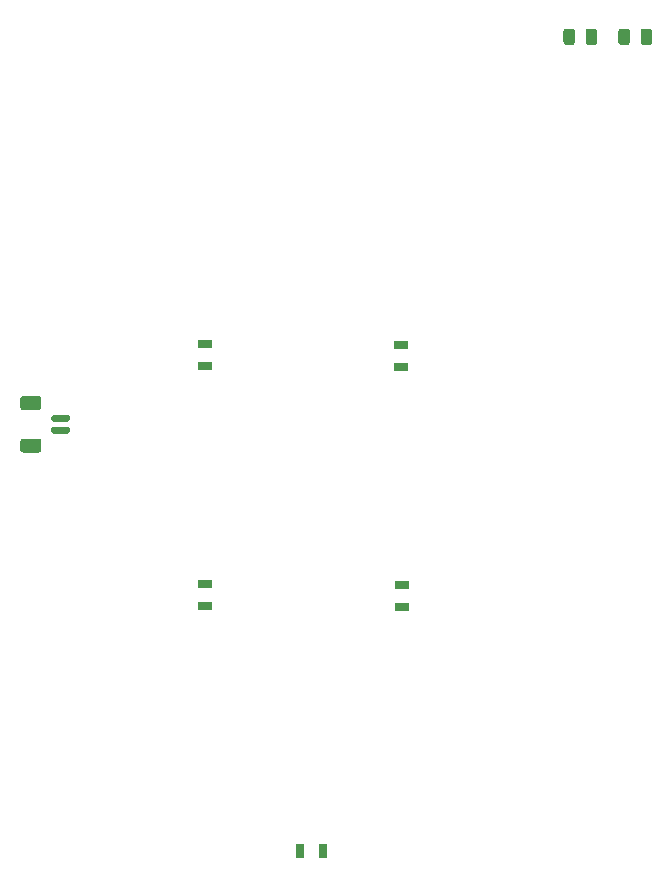
<source format=gtp>
%TF.GenerationSoftware,KiCad,Pcbnew,5.1.6-c6e7f7d~87~ubuntu20.04.1*%
%TF.CreationDate,2021-10-31T15:52:52+01:00*%
%TF.ProjectId,sb-cnc-shield,73622d63-6e63-42d7-9368-69656c642e6b,rev?*%
%TF.SameCoordinates,Original*%
%TF.FileFunction,Paste,Top*%
%TF.FilePolarity,Positive*%
%FSLAX46Y46*%
G04 Gerber Fmt 4.6, Leading zero omitted, Abs format (unit mm)*
G04 Created by KiCad (PCBNEW 5.1.6-c6e7f7d~87~ubuntu20.04.1) date 2021-10-31 15:52:52*
%MOMM*%
%LPD*%
G01*
G04 APERTURE LIST*
%ADD10R,1.300000X0.700000*%
%ADD11R,0.700000X1.300000*%
G04 APERTURE END LIST*
D10*
%TO.C,R1*%
X132573000Y-75814000D03*
X132573000Y-73914000D03*
%TD*%
%TO.C,R2*%
X149210000Y-75890200D03*
X149210000Y-73990200D03*
%TD*%
%TO.C,R3*%
X132573000Y-96134000D03*
X132573000Y-94234000D03*
%TD*%
%TO.C,R4*%
X149286000Y-96210200D03*
X149286000Y-94310200D03*
%TD*%
D11*
%TO.C,R5*%
X142555000Y-116891000D03*
X140655000Y-116891000D03*
%TD*%
%TO.C,R6*%
G36*
G01*
X169462000Y-48386050D02*
X169462000Y-47473550D01*
G75*
G02*
X169705750Y-47229800I243750J0D01*
G01*
X170193250Y-47229800D01*
G75*
G02*
X170437000Y-47473550I0J-243750D01*
G01*
X170437000Y-48386050D01*
G75*
G02*
X170193250Y-48629800I-243750J0D01*
G01*
X169705750Y-48629800D01*
G75*
G02*
X169462000Y-48386050I0J243750D01*
G01*
G37*
G36*
G01*
X167587000Y-48386050D02*
X167587000Y-47473550D01*
G75*
G02*
X167830750Y-47229800I243750J0D01*
G01*
X168318250Y-47229800D01*
G75*
G02*
X168562000Y-47473550I0J-243750D01*
G01*
X168562000Y-48386050D01*
G75*
G02*
X168318250Y-48629800I-243750J0D01*
G01*
X167830750Y-48629800D01*
G75*
G02*
X167587000Y-48386050I0J243750D01*
G01*
G37*
%TD*%
%TO.C,R7*%
G36*
G01*
X162938000Y-48386050D02*
X162938000Y-47473550D01*
G75*
G02*
X163181750Y-47229800I243750J0D01*
G01*
X163669250Y-47229800D01*
G75*
G02*
X163913000Y-47473550I0J-243750D01*
G01*
X163913000Y-48386050D01*
G75*
G02*
X163669250Y-48629800I-243750J0D01*
G01*
X163181750Y-48629800D01*
G75*
G02*
X162938000Y-48386050I0J243750D01*
G01*
G37*
G36*
G01*
X164813000Y-48386050D02*
X164813000Y-47473550D01*
G75*
G02*
X165056750Y-47229800I243750J0D01*
G01*
X165544250Y-47229800D01*
G75*
G02*
X165788000Y-47473550I0J-243750D01*
G01*
X165788000Y-48386050D01*
G75*
G02*
X165544250Y-48629800I-243750J0D01*
G01*
X165056750Y-48629800D01*
G75*
G02*
X164813000Y-48386050I0J243750D01*
G01*
G37*
%TD*%
%TO.C,fan1*%
G36*
G01*
X120985000Y-81536400D02*
X119735000Y-81536400D01*
G75*
G02*
X119585000Y-81386400I0J150000D01*
G01*
X119585000Y-81086400D01*
G75*
G02*
X119735000Y-80936400I150000J0D01*
G01*
X120985000Y-80936400D01*
G75*
G02*
X121135000Y-81086400I0J-150000D01*
G01*
X121135000Y-81386400D01*
G75*
G02*
X120985000Y-81536400I-150000J0D01*
G01*
G37*
G36*
G01*
X120985000Y-80536400D02*
X119735000Y-80536400D01*
G75*
G02*
X119585000Y-80386400I0J150000D01*
G01*
X119585000Y-80086400D01*
G75*
G02*
X119735000Y-79936400I150000J0D01*
G01*
X120985000Y-79936400D01*
G75*
G02*
X121135000Y-80086400I0J-150000D01*
G01*
X121135000Y-80386400D01*
G75*
G02*
X120985000Y-80536400I-150000J0D01*
G01*
G37*
G36*
G01*
X118485001Y-83136400D02*
X117184999Y-83136400D01*
G75*
G02*
X116935000Y-82886401I0J249999D01*
G01*
X116935000Y-82186399D01*
G75*
G02*
X117184999Y-81936400I249999J0D01*
G01*
X118485001Y-81936400D01*
G75*
G02*
X118735000Y-82186399I0J-249999D01*
G01*
X118735000Y-82886401D01*
G75*
G02*
X118485001Y-83136400I-249999J0D01*
G01*
G37*
G36*
G01*
X118485001Y-79536400D02*
X117184999Y-79536400D01*
G75*
G02*
X116935000Y-79286401I0J249999D01*
G01*
X116935000Y-78586399D01*
G75*
G02*
X117184999Y-78336400I249999J0D01*
G01*
X118485001Y-78336400D01*
G75*
G02*
X118735000Y-78586399I0J-249999D01*
G01*
X118735000Y-79286401D01*
G75*
G02*
X118485001Y-79536400I-249999J0D01*
G01*
G37*
%TD*%
M02*

</source>
